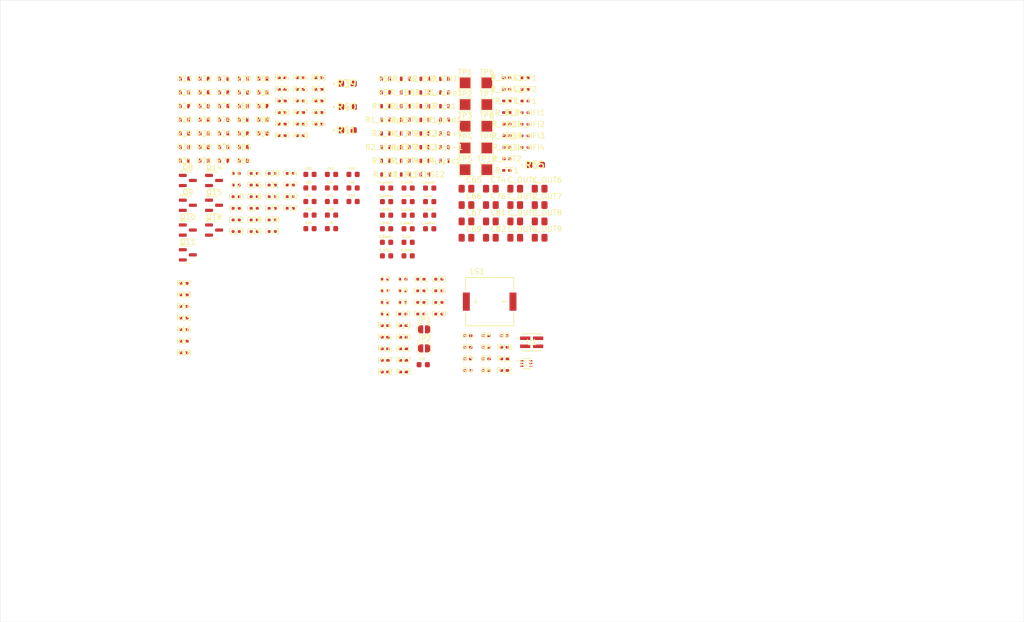
<source format=kicad_pcb>
(kicad_pcb (version 20241229) (generator "pcbnew") (generator_version "9.0")
  (layers (0 "F.Cu" signal) (4 "In1.Cu" signal) (6 "In2.Cu" signal) (2 "B.Cu" signal) (13 "F.Paste" user) (15 "B.Paste" user) (5 "F.SilkS" user "F.Silkscreen") (7 "B.SilkS" user "B.Silkscreen") (1 "F.Mask" user) (3 "B.Mask" user) (25 "Edge.Cuts" user))
  (net 0 "")
  (net 1 "Net-(IC10-C)")
  (net 2 "Net-(IC9-C)")
  (net 3 "GND")
  (net 4 "+3.3V")
  (net 5 "Net-(IC5-C)")
  (net 6 "Net-(IC10-B)")
  (net 7 "+5V")
  (net 8 "Net-(IC7-B)")
  (net 9 "Net-(IC5-B)")
  (net 10 "Net-(CR1-Pad1)")
  (net 11 "Net-(CR2-Pad1)")
  (net 12 "+8.4V")
  (net 13 "Net-(CR3-Pad1)")
  (net 14 "+12V")
  (net 15 "Net-(CR4-Pad1)")
  (net 16 "Net-(MCU1-RUN)")
  (net 17 "Net-(MCU1-VREG_VOUT)")
  (net 18 "Net-(U13-FB)")
  (net 19 "Net-(C_FF1-Pad1)")
  (net 20 "Net-(C_OUT1-Pad1)")
  (net 21 "Net-(U13-COMP)")
  (net 22 "Net-(C1_comp1-Pad1)")
  (net 23 "Net-(MCU1-SWCLK)")
  (net 24 "Net-(MCU1-SWD)")
  (net 25 "/RP2040 Standard/~{RST}")
  (net 26 "Net-(XTAL1-TRI-STATE(STBY))")
  (net 27 "/RP2040 Standard/~{USB_BOOT}")
  (net 28 "AGND")
  (net 29 "+5VA")
  (net 30 "Net-(R_FBB1-Pad2)")
  (net 31 "Net-(U5-T+)")
  (net 32 "Net-(U5-T-)")
  (net 33 "+3.3VA")
  (net 34 "Net-(U6-T+)")
  (net 35 "Net-(U6-T-)")
  (net 36 "/Sensor Unit/ADC1 Sense")
  (net 37 "Net-(C32-Pad1)")
  (net 38 "/Sensor Unit/ADC2 Sense")
  (net 39 "Net-(C33-Pad1)")
  (net 40 "Net-(C34-Pad1)")
  (net 41 "/Sensor Unit/ADC3 Sense")
  (net 42 "/Sensor Unit/ADC4 Sense")
  (net 43 "Net-(C35-Pad1)")
  (net 44 "Net-(U7-T+)")
  (net 45 "Net-(U7-T-)")
  (net 46 "Net-(U8-+IN1)")
  (net 47 "Net-(U8-+IN2)")
  (net 48 "Net-(U8-+IN3)")
  (net 49 "Net-(U8-+IN4)")
  (net 50 "/PCB Temperature Sense")
  (net 51 "+2.5V")
  (net 52 "Net-(CR5-Pad1)")
  (net 53 "Net-(CR6-Pad1)")
  (net 54 "Net-(U12-BIAS)")
  (net 55 "/Power Unit/DC.DC2 PGOOD")
  (net 56 "/Power Unit/DC.DC3 PGOOD")
  (net 57 "Net-(U15-BIAS)")
  (net 58 "/Power Unit/SW1")
  (net 59 "Net-(D_Boot1-K)")
  (net 60 "Net-(D_Boot2-K)")
  (net 61 "/Power Unit/SW2")
  (net 62 "Net-(U12-SW)")
  (net 63 "Net-(U12-CBOOT)")
  (net 64 "Net-(U15-SW)")
  (net 65 "Net-(U15-CBOOT)")
  (net 66 "Net-(U13-CS)")
  (net 67 "Net-(U13-CSG)")
  (net 68 "Net-(U15-FB)")
  (net 69 "VDC")
  (net 70 "/Power Unit/ISNS+")
  (net 71 "/Power Unit/ISNS-")
  (net 72 "Net-(D6-A)")
  (net 73 "Net-(C_OUT10-Pad2)")
  (net 74 "Net-(U13-SLOPE)")
  (net 75 "Net-(U13-SS)")
  (net 76 "/Power Unit/DC.DC2 VCC")
  (net 77 "/Power Unit/VCC")
  (net 78 "/Power Unit/DC.DC3 VCC")
  (net 79 "Net-(U13-VIN)")
  (net 80 "/~{Green} Status")
  (net 81 "Net-(IC1-E1)")
  (net 82 "/~{Red} Status")
  (net 83 "Net-(IC1-E2)")
  (net 84 "Net-(IC2-C)")
  (net 85 "/Sensor Unit/V4")
  (net 86 "Net-(Q8-B)")
  (net 87 "Net-(Q8-E)")
  (net 88 "Net-(Q9-B)")
  (net 89 "Net-(Q9-E)")
  (net 90 "/Sensor Unit/V5")
  (net 91 "/Sensor Unit/V7")
  (net 92 "Net-(Q10-E)")
  (net 93 "Net-(Q10-B)")
  (net 94 "/Sensor Unit/V6")
  (net 95 "Net-(Q11-E)")
  (net 96 "Net-(Q11-B)")
  (net 97 "Net-(Q14-E)")
  (net 98 "/Sensor Unit/V3")
  (net 99 "/Sensor Unit/V2")
  (net 100 "Net-(Q15-E)")
  (net 101 "Net-(Q18-E)")
  (net 102 "/Sensor Unit/V1")
  (net 103 "Net-(R1_mode1-Pad1)")
  (net 104 "Net-(U13-MODE)")
  (net 105 "Net-(R2_fb1-Pad1)")
  (net 106 "Net-(U1-A_Green)")
  (net 107 "Net-(U1-A_Red)")
  (net 108 "/Buzzer")
  (net 109 "Net-(IC2-B)")
  (net 110 "/Sensor Unit/RS_DN")
  (net 111 "/Sensor Unit/RS_DP")
  (net 112 "/RP2040 Standard/USB_DP")
  (net 113 "/RP2040 Standard/USB_D+")
  (net 114 "/RP2040 Standard/USB_D-")
  (net 115 "/RP2040 Standard/USB_DN")
  (net 116 "/RP2040 Standard/CLK SWD")
  (net 117 "/RP2040 Standard/SWD")
  (net 118 "Net-(J2-CC1)")
  (net 119 "Net-(J2-CC2)")
  (net 120 "/RP2040 Standard/MCU ~{CS} SPI")
  (net 121 "/THERMO1 DN")
  (net 122 "/THERMO1 DP")
  (net 123 "Net-(R26-Pad2)")
  (net 124 "Net-(R27-Pad2)")
  (net 125 "Net-(R28-Pad2)")
  (net 126 "Net-(IC4--)")
  (net 127 "/THERMO2 DP")
  (net 128 "/THERMO2 DN")
  (net 129 "Net-(IC4-+)")
  (net 130 "/RP2040 Standard/GP27_ADC1")
  (net 131 "/Sensor Unit/VBAT Sense")
  (net 132 "/Sensor Unit/PRESSURE1 Sense")
  (net 133 "/Sensor Unit/PRESSURE2 Sense")
  (net 134 "/Sensor Unit/PRESSURE3 Sense")
  (net 135 "/THERMO3 DP")
  (net 136 "/THERMO3 DN")
  (net 137 "Net-(U10-A0)")
  (net 138 "Net-(U11-VOUT)")
  (net 139 "/RP2040 Standard/GPIO16")
  (net 140 "Net-(Q1-B)")
  (net 141 "SERVO PWR")
  (net 142 "Net-(U14-FAULT_N)")
  (net 143 "Net-(U16-FAULT_N)")
  (net 144 "/Actuation Unit/Servo_OUT1 PWM")
  (net 145 "/Actuation Unit/Servo_IN1 PWM")
  (net 146 "/Actuation Unit/Servo_OUT2 PWM")
  (net 147 "/Actuation Unit/QuickDisco N2")
  (net 148 "/Actuation Unit/QuickDisco N2O")
  (net 149 "/Actuation Unit/Extra Valve")
  (net 150 "/Actuation Unit/Servo_IN2 PWM")
  (net 151 "/Actuation Unit/~{VENT_N2O FAULT}")
  (net 152 "/Actuation Unit/~{ACT_N2O FAULT}")
  (net 153 "/Actuation Unit/~{ACT_N2 FAULT}")
  (net 154 "/Actuation Unit/~{VENT_N2 FAULT}")
  (net 155 "Net-(U12-RBOOT)")
  (net 156 "Net-(U15-RBOOT)")
  (net 157 "/Power Unit/SENSE")
  (net 158 "Net-(U13-EN)")
  (net 159 "Net-(U12-EN{slash}SYNC)")
  (net 160 "Net-(U15-EN{slash}SYNC)")
  (net 161 "Net-(R_FBT1-Pad1)")
  (net 162 "Net-(U12-FB)")
  (net 163 "Net-(U13-PGOOD)")
  (net 164 "Net-(D7-K)")
  (net 165 "Net-(C_Q1-Pad1)")
  (net 166 "Net-(C_Q2-Pad1)")
  (net 167 "Net-(R_RT1-Pad1)")
  (net 168 "Net-(U12-RT)")
  (net 169 "Net-(U15-RT)")
  (net 170 "Net-(R_RT3-Pad1)")
  (net 171 "Net-(U13-RT_SYNC)")
  (net 172 "Net-(D4-K)")
  (footprint "Resistor-0603:RES_0603" (layer "F.Cu") (at 137.2332 51.9241)
    (property "Reference" "R_SENSE2")
    (property "Value" "8.25m")
  )
  (footprint "Resistor-0402:RES_0402" (layer "F.Cu") (at 133.214597 88.7654)
    (property "Reference" "R23")
    (property "Value" "1k")
  )
  (footprint "Resistor-0402:RES_0402" (layer "F.Cu") (at 110.582999 38.2046)
    (property "Reference" "R37")
    (property "Value" "100")
  )
  (footprint "Resistor-0402:RES_0402" (layer "F.Cu") (at 152.532999 49.0066)
    (property "Reference" "R_ENT2")
    (property "Value" "470k")
  )
  (footprint "Capacitor-0603:Capacitor_0603" (layer "F.Cu") (at 134.1122 64.5786)
    (property "Reference" "C_cs1")
    (property "Value" "47pF")
  )
  (footprint "Capacitor-0402:Capacitor_0402" (layer "F.Cu") (at 155.9233 44.7298)
    (property "Reference" "C_IN_HFI3")
    (property "Value" "100n")
  )
  (footprint "Resistor-0603:RES_0603" (layer "F.Cu") (at 96.0628 34.0783)
    (property "Reference" "R32")
    (property "Value" "1k5")
  )
  (footprint "Resistor-0402:RES_0402" (layer "F.Cu") (at 114.004597 44.6858)
    (property "Reference" "R49")
    (property "Value" "1k")
  )
  (footprint "Resistor-0603:RES_0603" (layer "F.Cu") (at 140.8936 49.3747)
    (property "Reference" "R_sync1")
    (property "Value" "84k5")
  )
  (footprint "Resistor-0603:RES_0603" (layer "F.Cu") (at 137.2332 41.7265)
    (property "Reference" "R_RT1")
    (property "Value" "33k")
  )
  (footprint "Capacitor-0805:Capacitor_0805" (layer "F.Cu") (at 158.6472 63.7286)
    (property "Reference" "C_OUT9")
    (property "Value" "22u")
  )
  (footprint "TestPoint:TestPoint_Pad_2.0x2.0mm" (layer "F.Cu") (at 148.7972 34.8286)
    (property "Reference" "TP6")
    (property "Value" "TestPoint")
  )
  (footprint "Capacitor-0402:Capacitor_0402" (layer "F.Cu") (at 129.7633 73.6262)
    (property "Reference" "C4")
    (property "Value" "100nF")
  )
  (footprint "Resistor-0603:RES_0603" (layer "F.Cu") (at 99.7232 41.7265)
    (property "Reference" "R74")
    (property "Value" "3.5k")
  )
  (footprint "Capacitor-0805:Capacitor_0805" (layer "F.Cu") (at 154.0972 60.6786)
    (property "Reference" "C_OUT3")
    (property "Value" "47u")
  )
  (footprint "Resistor-0603:RES_0603" (layer "F.Cu") (at 96.0628 36.6277)
    (property "Reference" "R33")
    (property "Value" "750")
  )
  (footprint "Jumper:SolderJumper-2_P1.3mm_Open_RoundedPad1.0x1.5mm" (layer "F.Cu") (at 137.0972 84.3686)
    (property "Reference" "JP2")
    (property "Value" "Jumper_2_Open")
  )
  (footprint "Capacitor-0805:Capacitor_0805" (layer "F.Cu") (at 154.0972 57.6286)
    (property "Reference" "C_OUT2")
    (property "Value" "22u")
  )
  (footprint "Capacitor-0402:Capacitor_0402" (layer "F.Cu") (at 139.8499 71.4578)
    (property "Reference" "C15")
    (property "Value" "1uF")
  )
  (footprint "Capacitor-0402:Capacitor_0402" (layer "F.Cu") (at 133.1255 77.963)
    (property "Reference" "C10")
    (property "Value" "100nF")
  )
  (footprint "Resistor-0402:RES_0402" (layer "F.Cu") (at 148.654597 86.3246)
    (property "Reference" "R7")
    (property "Value" "10k")
  )
  (footprint "Capacitor-0805:Capacitor_0805" (layer "F.Cu") (at 144.9972 63.7286)
    (property "Reference" "C69")
    (property "Value" "10uF")
  )
  (footprint "2 PNP:SOT-563_1P3X1P7_ONS" (layer "F.Cu") (at 156.1618 87.192)
    (property "Reference" "IC1")
    (property "Value" "NSVT30010MXV6T1G")
  )
  (footprint "Resistor-0402:RES_0402" (layer "F.Cu") (at 92.282999 76.5446)
    (property "Reference" "R64")
    (property "Value" "2k")
  )
  (footprint "Capacitor-0805:Capacitor_0805" (layer "F.Cu") (at 158.6472 60.6786)
    (property "Reference" "C_OUT8")
    (property "Value" "22u")
  )
  (footprint "Resistor-0603:RES_0603" (layer "F.Cu") (at 133.5728 36.6277)
    (property "Reference" "R_FBB1")
    (property "Value" "22k")
  )
  (footprint "Capacitor-0603:Capacitor_0603" (layer "F.Cu") (at 138.1322 56.9886)
    (property "Reference" "C_ss1")
    (property "Value" "0.1uF")
  )
  (footprint "Resistor-0603:RES_0603" (layer "F.Cu") (at 129.9124 41.7265)
    (property "Reference" "R1_mode1")
    (property "Value" "91k")
  )
  (footprint "Resistor-0603:RES_0603" (layer "F.Cu") (at 137.2332 49.3747)
    (property "Reference" "R_RT4")
    (property "Value" "200")
  )
  (footprint "Capacitor-0805:Capacitor_0805" (layer "F.Cu") (at 154.0972 63.7286)
    (property "Reference" "C_OUT4")
    (property "Value" "47u")
  )
  (footprint "Capacitor-0603:Capacitor_0603" (layer "F.Cu") (at 119.8222 56.9686)
    (property "Reference" "C42")
    (property "Value" "22n")
  )
  (footprint "Resistor-0603:RES_0603" (layer "F.Cu") (at 133.5728 41.7265)
    (property "Reference" "R_FBT1")
    (property "Value" "12k")
  )
  (footprint "Resistor-0402:RES_0402" (layer "F.Cu") (at 92.282999 83.0258)
    (property "Reference" "R67")
    (property "Value" "10k")
  )
  (footprint "Capacitor-0603:Capacitor_0603" (layer "F.Cu") (at 119.8222 54.4386)
    (property "Reference" "C41")
    (property "Value" "22n")
  )
  (footprint "Resistor-0603:RES_0603" (layer "F.Cu") (at 137.2332 44.2759)
    (property "Reference" "R_RT2")
    (property "Value" "200")
  )
  (footprint "Capacitor-0603:Capacitor_0603" (layer "F.Cu") (at 119.8222 51.9086)
    (property "Reference" "C40")
    (property "Value" "22n")
  )
  (footprint "Resistor-0402:RES_0402" (layer "F.Cu") (at 152.532999 33.8838)
    (property "Reference" "R_BIAS1")
    (property "Value" "5")
  )
  (footprint "Capacitor-0805:Capacitor_0805" (layer "F.Cu") (at 144.9972 54.5786)
    (property "Reference" "C65")
    (property "Value" "10uF")
  )
  (footprint "Capacitor-0805:Capacitor_0805" (layer "F.Cu") (at 149.5472 63.7286)
    (property "Reference" "C82")
    (property "Value" "10uF")
  )
  (footprint "Resistor-0805:RES_0805" (layer "F.Cu") (at 157.8922 50.1486)
    (property "Reference" "R55")
    (property "Value" "360" (hide yes))
  )
  (footprint "Resistor-0805:RES_0805" (layer "F.Cu") (at 122.7822 34.9786)
    (property "Reference" "R39")
    (property "Value" "TBD" (hide yes))
  )
  (footprint "Resistor-0603:RES_0603" (layer "F.Cu") (at 92.4024 36.6277)
    (property "Reference" "R26")
    (property "Value" "300")
  )
  (footprint "Capacitor-0402:Capacitor_0402" (layer "F.Cu") (at 102.0333 56.0646)
    (property "Reference" "C20")
    (property "Value" "100n")
  )
  (footprint "Resistor-0402:RES_0402" (layer "F.Cu") (at 92.282999 78.705)
    (property "Reference" "R65")
    (property "Value" "10k")
  )
  (footprint "Resistor-0603:RES_0603" (layer "F.Cu") (at 103.3836 41.7265)
    (property "Reference" "R81")
    (property "Value" "2.6k")
  )
  (footprint "Resistor-0603:RES_0603" (layer "F.Cu") (at 107.044 39.1771)
    (property "Reference" "R87")
    (property "Value" "2.545k")
  )
  (footprint "Capacitor-0402:Capacitor_0402" (layer "F.Cu") (at 133.1255 71.4578)
    (property "Reference" "C7")
    (property "Value" "100nF")
  )
  (footprint "Resistor-0603:RES_0603" (layer "F.Cu") (at 140.8936 34.0783)
    (property "Reference" "R_VIN1")
    (property "Value" "10")
  )
  (footprint "TestPoint:TestPoint_Pad_2.0x2.0mm" (layer "F.Cu") (at 148.7972 51.0286)
    (property "Reference" "TP10")
    (property "Value" "TestPoint")
  )
  (footprint "Capacitor-0603:Capacitor_0603" (layer "F.Cu") (at 130.0922 67.1086)
    (property "Reference" "C_VCC1")
    (property "Value" "1u")
  )
  (footprint "Resistor-0402:RES_0402" (layer "F.Cu") (at 152.532999 42.5254)
    (property "Reference" "R_ENB1")
    (property "Value" "110k")
  )
  (footprint "Capacitor-0603:Capacitor_0603" (layer "F.Cu") (at 123.8422 51.9086)
    (property "Reference" "C49")
    (property "Value" "1u")
  )
  (footprint "Capacitor-0402:Capacitor_0402" (layer "F.Cu") (at 102.0333 58.233)
    (property "Reference" "C21")
    (property "Value" "10n")
  )
  (footprint "Resistor-0603:RES_0603" (layer "F.Cu") (at 92.4024 44.2759)
    (property "Reference" "R29")
    (property "Value" "12k")
  )
  (footprint "TestPoint:TestPoint_Pad_2.0x2.0mm" (layer "F.Cu") (at 148.7972 46.9786)
    (property "Reference" "TP9")
    (property "Value" "TestPoint")
  )
  (footprint "Capacitor-0402:Capacitor_0402" (layer "F.Cu") (at 155.9233 42.5614)
    (property "Reference" "C_IN_HFI2")
    (property "Value" "100n")
  )
  (footprint "Capacitor-0603:Capacitor_0603" (layer "F.Cu") (at 115.8022 54.4386)
    (property "Reference" "C33")
    (property "Value" "27n")
  )
  (footprint "Capacitor-0402:Capacitor_0402" (layer "F.Cu") (at 136.4877 77.963)
    (property "Reference" "C14")
    (property "Value" "100nF")
  )
  (footprint "Resistor-0603:RES_0603" (layer "F.Cu") (at 133.5728 39.1771)
    (property "Reference" "R_FBB2")
    (property "Value" "100")
  )
  (footprint "Capacitor-0603:Capacitor_0603" (layer "F.Cu") (at 130.0922 59.5186)
    (property "Reference" "C_BIAS1")
    (property "Value" "1u")
  )
  (footprint "Capacitor-0402:Capacitor_0402" (layer "F.Cu") (at 105.3955 60.4014)
    (property "Reference" "C28")
    (property "Value" "10n")
  )
  (footprint "Resistor-0603:RES_0603" (layer "F.Cu") (at 103.3836 44.2759)
    (property "Reference" "R82")
    (property "Value" "2.1k")
  )
  (footprint "Capacitor-0402:Capacitor_0402" (layer "F.Cu") (at 105.3955 62.5698)
    (property "Reference" "C29")
    (property "Value" "100n")
  )
  (footprint "Resistor-0603:RES_0603" (layer "F.Cu") (at 133.5728 44.2759)
    (property "Reference" "R_FBT2")
    (property "Value" "620")
  )
  (footprint "Capacitor-0402:Capacitor_0402" (layer "F.Cu") (at 112.1199 53.8962)
    (property "Reference" "C47")
    (property "Value" "100n")
  )
  (footprint "Capacitor-0805:Capacitor_0805" (layer "F.Cu") (at 149.5472 54.5786)
    (property "Reference" "C74")
    (property "Value" "10uF")
  )
  (footprint "Capacitor-0402:Capacitor_0402" (layer "F.Cu") (at 129.7633 77.963)
    (property "Reference" "C6")
    (property "Value" "100nF")
  )
  (footprint "Resistor-0402:RES_0402" (layer "F.Cu") (at 152.532999 38.2046)
    (property "Reference" "R_BT1")
    (property "Value" "50")
  )
  (footprint "Resistor-0402:RES_0402" (layer "F.Cu") (at 114.004597 42.5254)
    (property "Reference" "R48")
    (property "Value" "1k")
  )
  (footprint "Resistor-0402:RES_0402" (layer "F.Cu") (at 145.232999 88.485)
    (property "Reference" "R4")
    (property "Value" "150")
  )
  (footprint "Resistor-0402:RES_0402" (layer "F.Cu") (at 129.792999 82.2842)
    (property "Reference" "R15")
    (property "Value" "27")
  )
  (footprint "Resistor-0402:RES_0402" (layer "F.Cu") (at 114.004597 38.2046)
    (property "Reference" "R46")
    (property "Value" "100")
  )
  (footprint "Resistor-0603:RES_0603" (layer "F.Cu") (at 107.044 34.0783)
    (property "Reference" "R85")
    (property "Value" "2.1k")
  )
  (footprint "Capacitor-0603:Capacitor_0603" (layer "F.Cu") (at 130.0922 56.9886)
    (property "Reference" "C2_comp1")
    (property "Value" "270pF")
  )
  (footprint "Resistor-0603:RES_0603" (layer "F.Cu") (at 99.7232 34.0783)
    (property "Reference" "R71")
    (property "Value" "3.5K")
  )
  (footprint "Capacitor-0402:Capacitor_0402" (layer "F.Cu") (at 155.9233 40.393)
    (property "Reference" "C_IN_HFI1")
    (property "Value" "100n")
  )
  (footprint "Capacitor-0402:Capacitor_0402" (layer "F.Cu") (at 108.7577 62.5698)
    (property "Reference" "C43")
    (property "Value" "100n")
  )
  (footprint "Resistor-0603:RES_0603" (layer "F.Cu") (at 103.3836 39.1771)
    (property "Reference" "R80")
    (property "Value" "3.5k")
  )
  (footprint "Resistor-0402:RES_0402" (layer "F.Cu") (at 133.214597 86.605)
    (property "Reference" "R22")
    (property "Value" "5k1")
  )
  (footprint "Resistor-0603:RES_0603" (layer "F.Cu") (at 129.9124 49.3747)
    (property "Reference" "R3_fb1")
    (property "Value" "10")
  )
  (footprint "Capacitor-0603:Capacitor_0603" (layer "F.Cu") (at 123.8422 56.9686)
    (property "Reference" "C53")
    (property "Value" "1u")
  )
  (footprint "Capacitor-0402:Capacitor_0402" (layer "F.Cu") (at 139.8499 75.7946)
    (property "Reference" "C17")
    (property "Value" "100n")
  )
  (footprint "Resistor-0603:RES_0603" (layer "F.Cu") (at 99.7232 39.1771)
    (property "Reference" "R73")
    (property "Value" "1k")
  )
  (footprint "Capacitor-0402:Capacitor_0402" (layer "F.Cu") (at 108.7577 51.7278)
    (property "Reference" "C30")
    (property "Value" "100n")
  )
  (footprint "Resistor-0402:RES_0402" (layer "F.Cu") (at 110.582999 33.8838)
    (property "Reference" "R24")
    (property "Value" "100")
  )
  (footprint "Resistor-0402:RES_0402" (layer "F.Cu") (at 114.004597 33.8838)
    (property "Reference" "R44")
    (property "Value" "1k")
  )
  (footprint "Capacitor-0402:Capacitor_0402" (layer "F.Cu") (at 112.1199 58.233)
    (property "Reference" "C52")
    (property "Value" "100nF")
  )
  (footprint "TestPoint:TestPoint_Pad_2.0x2.0mm" (layer "F.Cu") (at 144.7472 38.8786)
    (property "Reference" "TP2")
    (property "Value" "TestPoint")
  )
  (footprint "Resistor-0603:RES_0603" (layer "F.Cu") (at 92.4024 49.3747)
    (property "Reference" "R31")
    (property "Value" "3k")
  )
  (footprint "Resistor-0603:RES_0603" (layer "F.Cu") (at 103.3836 36.6277)
    (property "Reference" "R79")
    (property "Value" "1k")
  )
  (footprint "Resistor-0402:RES_0402" (layer "F.Cu") (at 152.532999 40.365)
    (property "Reference" "R_BT2")
    (property "Value" "100")
  )
  (footprint "Resistor-0805:RES_0805" (layer "F.Cu") (at 122.7822 43.6786)
    (property "Reference" "R41")
    (property "Value" "TBD" (hide yes))
  )
  (footprint "Resistor-0402:RES_0402" (layer "F.Cu") (at 117.426195 33.8838)
    (property "Reference" "R50")
    (property "Value" "1k")
  )
  (footprint "Capacitor-0603:Capacitor_0603" (layer "F.Cu") (at 115.8022 56.9686)
    (property "Reference" "C34")
    (property "Value" "27n")
  )
  (footprint "Capacitor-0402:Capacitor_0402" (layer "F.Cu") (at 155.9233 38.2246)
    (property "Reference" "C_FF1")
    (property "Value" "22p")
  )
  (footprint "Resistor-0402:RES_0402" (layer "F.Cu") (at 117.426195 40.365)
    (property "Reference" "R53")
    (property "Value" "36k")
  )
  (footprint "Capacitor-0402:Capacitor_0402" (layer "F.Cu") (at 133.1255 75.7946)
    (property "Reference" "C9")
    (property "Value" "100nF")
  )
  (footprint "Resistor-0603:RES_0603" (layer "F.Cu") (at 137.2332 36.6277)
    (property "Reference" "R_Q1")
    (property "Value" "10")
  )
  (footprint "Capacitor-0603:Capacitor_0603" (layer "F.Cu") (at 130.0922 54.4586)
    (property "Reference" "C1_comp1")
    (property "Value" "22nF")
  )
  (footprint "Resistor-0603:RES_0603" (layer "F.Cu") (at 129.9124 39.1771)
    (property "Reference" "R1_fb1")
    (property "Value" "20k")
  )
  (footprint "Resistor-0402:RES_0402" (layer "F.Cu") (at 152.532999 36.0442)
    (property "Reference" "R_BIAS2")
    (property "Value" "5")
  )
  (footprint "Resistor-0603:RES_0603" (layer "F.Cu") (at 133.5728 46.8253)
    (property "Reference" "R_FBT3")
    (property "Value" "100K")
  )
  (footprint "Resistor-0402:RES_0402" (layer "F.Cu") (at 114.004597 40.365)
    (property "Reference" "R47")
    (property "Value" "100")
  )
  (footprint "TestPoint:TestPoint_Pad_2.0x2.0mm" (layer "F.Cu") (at 144.7472 46.9786)
    (property "Reference" "TP4")
    (property "Value" "TestPoint")
  )
  (footprint "Capacitor-0603:Capacitor_0603" (layer "F.Cu") (at 123.8422 54.4386)
    (property "Reference" "C51")
    (property "Value" "1u")
  )
  (footprint "Resistor-0603:RES_0603" (layer "F.Cu") (at 137.2332 46.8253)
    (property "Reference" "R_RT3")
    (property "Value" "33k")
  )
  (footprint "Capacitor-0402:Capacitor_0402" (layer "F.Cu") (at 105.3955 58.233)
    (property "Reference" "C27")
    (property "Value" "100n")
  )
  (footprint "Resistor-0603:RES_0603" (layer "F.Cu") (at 96.0628 39.1771)
    (property "Reference" "R34")
    (property "Value" "75")
  )
  (footprint "Capacitor-0603:Capacitor_0603" (layer "F.Cu") (at 119.8222 62.0286)
    (property "Reference" "C48")
    (property "Value" "1u")
  )
  (footprint "Resistor-0402:RES_0402" (layer "F.Cu") (at 92.282999 80.8654)
    (property "Reference" "R66")
    (property "Value" "10k")
  )
  (footprint "Resistor-0603:RES_0603" (layer "F.Cu") (at 92.4024 39.1771)
    (property "Reference" "R27")
    (property "Value" "300")
  )
  (footprint "Capacitor-0402:Capacitor_0402" (layer "F.Cu") (at 129.7633 71.4578)
    (property "Reference" "C3")
    (property "Value" "1uF")
  )
  (footprint "TestPoint:TestPoint_Pad_2.0x2.0mm" (layer "F.Cu") (at 144.7472 51.0286)
    (property "Reference" "TP5")
    (property "Value" "TestPoint")
  )
  (footprint "Capacitor-0402:Capacitor_0402" (layer "F.Cu") (at 105.3955 51.7278)
    (property "Reference" "C24")
    (property "Value" "100n")
  )
  (footprint "Resistor-0603:RES_0603" (layer "F.Cu") (at 96.0628 44.2759)
    (property "Reference" "R36")
    (property "Value" "75")
  )
  (footprint "Capacitor-0805:Capacitor_0805" (layer "F.Cu") (at 158.6472 54.5786)
    (property "Reference" "C_OUT6")
    (property "Value" "22u")
  )
  (footprint "Resistor-0402:RES_0402" (layer "F.Cu") (at 92.282999 72.2238)
    (property "Reference" "R62")
    (property "Value" "2k")
  )
  (footprint "Capacitor-0603:Capacitor_0603" (layer "F.Cu") (at 115.8022 62.0286)
    (property "Reference" "C39")
    (property "Value" "22n")
  )
  (footprint "Resistor-0402:RES_0402" (layer "F.Cu") (at 117.426195 38.2046)
    (property "Reference" "R52")
    (property "Value" "1k")
  )
  (footprint "Resistor-0603:RES_0603" (layer "F.Cu") (at 92.4024 34.0783)
    (property "Reference" "R13")
    (property "Value" "120")
  )
  (footprint "Capacitor-0603:Capacitor_0603" (layer "F.Cu") (at 134.1122 67.1086)
    (property "Reference" "C_isns1")
    (property "Value" "1uF")
  )
  (footprint "Resistor-0603:RES_0603" (layer "F.Cu") (at 129.9124 51.9241)
    (property "Reference" "R_EN1")
    (property "Value" "390k")
  )
  (footprint "Capacitor-0402:Capacitor_0402" (layer "F.Cu") (at 108.7577 53.8962)
    (property "Reference" "C31")
    (property "Value" "100n")
  )
  (footprint "Capacitor-0402:Capacitor_0402" (layer "F.Cu") (at 112.1199 51.7278)
    (property "Reference" "C44")
    (property "Value" "100n")
  )
  (footprint "Resistor-0402:RES_0402" (layer "F.Cu") (at 129.792999 84.4446)
    (property "Reference" "R16")
    (property "Value" "27")
  )
  (footprint "Jumper:SolderJumper-2_P1.3mm_Open_RoundedPad1.0x1.5mm" (layer "F.Cu") (at 137.0972 80.8186)
    (property "Reference" "JP1")
    (property "Value" "Jumper_2_Open")
  )
  (footprint "Capacitor-0402:Capacitor_0402" (layer "F.Cu") (at 136.4877 71.4578)
    (property "Reference" "C11")
    (property "Value" "100nF")
  )
  (footprint "Resistor-0603:RES_0603" (layer "F.Cu") (at 140.8936 46.8253)
    (property "Reference" "R_isns-1")
    (property "Value" "100")
  )
  (footprint "VLMKG3400-GS08:SMT_00-GS08_VIS" (layer "F.Cu") (at 157.16 83.227)
    (property "Reference" "U1")
    (property "Value" "VLMKG3400-GS08")
  )
  (footprint "Capacitor-0402:Capacitor_0402" (layer "F.Cu") (at 133.1255 73.6262)
    (property "Reference" "C8")
    (property "Value" "1uF")
  )
  (footprint "Capacitor-0603:Capacitor_0603" (layer "F.Cu") (at 138.1322 54.4586)
    (property "Reference" "C_slope1")
    (property "Value" "100pF")
  )
  (footprint "Capacitor-0402:Capacitor_0402" (layer "F.Cu") (at 112.1199 56.0646)
    (property "Reference" "C50")
    (property "Value" "470n")
  )
  (footprint "Resistor-0603:RES_0603" (layer "F.Cu") (at 129.9124 44.2759)
    (property "Reference" "R2_fb1")
    (property "Value" "280k")
  )
  (footprint "Resistor-0402:RES_0402" (layer "F.Cu") (at 129.792999 88.7654)
    (property "Reference" "R18")
    (property "Value" "100")
  )
  (footprint "Resistor-0402:RES_0402" (layer "F.Cu") (at 114.004597 36.0442)
    (property "Reference" "R45")
    (property "Value" "1k")
  )
  (footprint "Capacitor-0402:Capacitor_0402" (layer "F.Cu") (at 105.3955 53.8962)
    (property "Reference" "C25")
    (property "Value" "100n")
  )
  (footprint "Resistor-0603:RES_0603" (layer "F.Cu") (at 140.8936 44.2759)
    (property "Reference" "R_isns+1")
    (property "Value" "100")
  )
  (footprint "Package_TO_SOT_SMD:SOT-23" (layer "F.Cu") (at 93.0172 57.6686)
    (property "Reference" "Q9")
    (property "Value" "MMBT3906")
  )
  (footprint "Resistor-0603:RES_0603" (layer "F.Cu") (at 140.8936 36.6277)
    (property "Reference" "R_comp1")
    (property "Value" "10k")
  )
  (footprint "Resistor-0805:RES_0805" (layer "F.Cu") (at 122.7822 39.3286)
    (property "Reference" "R40")
    (property "Value" "TBD" (hide yes))
  )
  (footprint "Resistor-0603:RES_0603" (layer "F.Cu") (at 137.2332 39.1771)
    (property "Reference" "R_Q2")
    (property "Value" "10")
  )
  (footprint "Package_TO_SOT_SMD:SOT-23" (layer "F.Cu") (at 93.0172 62.2936)
    (property "Reference" "Q10")
    (property "Value" "MMBT3906")
  )
  (footprint "TestPoint:TestPoint_Pad_2.0x2.0mm" (layer "F.Cu") (at 144.7472 42.9286)
    (property "Reference" "TP3")
    (property "Value" "TestPoint")
  )
  (footprint "TestPoint:TestPoint_Pad_2.0x2.0mm" (layer "F.Cu") (at 148.7972 42.9286)
    (property "Reference" "TP8")
    (property "Value" "TestPoint")
  )
  (footprint "Capacitor-0603:Capacitor_0603" (layer "F.Cu") (at 130.0922 62.0486)
    (property "Reference" "C_BIAS3")
    (property "Value" "1u")
  )
  (footprint "Resistor-0603:RES_0603" (layer "F.Cu") (at 107.044 36.6277)
    (property "Reference" "R86")
    (property "Value" "2.6k")
  )
  (footprint "Capacitor-0603:Capacitor_0603" (layer "F.Cu") (at 134.1122 59.5186)
    (property "Reference" "C_bias2")
    (property "Value" "0.1uF")
  )
  (footprint "Capacitor-0402:Capacitor_0402" (layer "F.Cu") (at 139.8499 77.963)
    (property "Reference" "C19")
    (property "Value" "100nF")
  )
  (footprint "Resistor-0603:RES_0603" (layer "F.Cu") (at 96.0628 49.3747)
    (property "Reference" "R70")
    (property "Value" "1k")
  )
  (footprint "Resistor-0402:RES_0402" (layer "F.Cu") (at 110.582999 42.5254)
    (property "Reference" "R42")
    (property "Value" "1k")
  )
  (footprint "Capacitor-0402:Capacitor_0402" (layer "F.Cu") (at 136.4877 75.7946)
    (property "Reference" "C13")
    (property "Value" "100nF")
  )
  (footprint "Capacitor-0402:Capacitor_0402" (layer "F.Cu") (at 102.0333 51.7278)
    (property "Reference" "C1")
    (property "Value" "100n")
  )
  (footprint "Resistor-0402:RES_0402" (layer "F.Cu") (at 145.232999 82.0038)
    (property "Reference" "R1")
    (property "Value" "65")
  )
  (footprint "Capacitor-0402:Capacitor_0402" (layer "F.Cu") (at 105.3955 56.0646)
    (property "Reference" "C26")
    (property "Value" "10n")
  )
  (footprint "Resistor-0402:RES_0402" (layer "F.Cu") (at 152.532999 44.6858)
    (property "Reference" "R_ENB2")
    (property "Value" "56k")
  )
  (footprint "Capacitor-0805:Capacitor_0805" (layer "F.Cu") (at 149.5472 60.6786)
    (property "Reference" "C81")
    (property "Value" "100nF")
  )
  (footprint "Capacitor-0603:Capacitor_0603" (layer "F.Cu") (at 115.8022 59.4986)
    (property "Reference" "C35")
    (property "Value" "27n")
  )
  (footprint "Resistor-0402:RES_0402" (layer "F.Cu") (at 133.214597 84.4446)
    (property "Reference" "R21")
    (property "Value" "5k1")
  )
  (footprint "Resistor-0402:RES_0402" (layer "F.Cu") (at 152.076195 82.0038)
    (property "Reference" "R9")
    (property "Value" "100")
  )
  (footprint "Resistor-0402:RES_0402" (layer "F.Cu") (at 110.582999 40.365)
    (property "Reference" "R38")
    (property "Value" "100")
  )
  (footprint "Capacitor-0402:Capacitor_0402" (layer "F.Cu") (at 139.8499 73.6262)
    (property "Reference" "C16")
    (property "Value" "100nF")
  )
  (footprint "Resistor-0603:RES_0603" (layer "F.Cu") (at 129.9124 34.0783)
    (property "Reference" "R56")
    (property "Value" "100K")
  )
  (footprint "Resistor-0603:RES_0603" (layer "F.Cu") (at 133.5728 49.3747)
    (property "Reference" "R_FBT4")
    (property "Value" "100K")
  )
  (footprint "Capacitor-0603:Capacitor_0603" (layer "F.Cu") (at 134.1122 62.0486)
    (property "Reference" "C_boot2")
    (property "Value" "0.1uF")
  )
  (footprint "Resistor-0402:RES_0402" (layer "F.Cu") (at 152.076195 84.1642)
    (property "Reference" "R10")
    (property "Value" "10k")
  )
  (footprint "TestPoint:TestPoint_Pad_2.0x2.0mm" (layer "F.Cu") (at 148.7972 38.8786)
    (property "Reference" "TP7")
    (property "Value" "TestPoint")
  )
  (footprint "Capacitor-0603:Capacitor_0603" (layer "F.Cu") (at 119.8222 59.4986)
    (property "Reference" "C45")
    (property "Value" "1u")
  )
  (footprint "Capacitor-0402:Capacitor_0402" (layer "F.Cu") (at 155.9233 46.8982)
    (property "Reference" "C_IN_HFI4")
    (property "Value" "100n")
  )
  (footprint "TestPoint:TestPoint_Pad_2.0x2.0mm" (layer "F.Cu") (at 144.7472 34.8286)
    (property "Reference" "TP1")
    (property "Value" "TestPoint")
  )
  (footprint "Capacitor-0805:Capacitor_0805" (layer "F.Cu") (at 144.9972 60.6786)
    (property "Reference" "C67")
    (property "Value" "100nF")
  )
  (footprint "Resistor-0603:RES_0603" (layer "F.Cu") (at 103.3836 34.0783)
    (property "Reference" "R78")
    (property "Value" "73")
  )
  (footprint "Resistor-0603:RES_0603" (layer "F.Cu") (at 96.0628 46.8253)
    (property "Reference" "R69")
    (property "Value" "306")
  )
  (footprint "Resistor-0603:RES_0603" (layer "F.Cu") (at 129.9124 36.6277)
    (property "Reference" "R57")
    (property "Value" "100K")
  )
  (footprint "Capacitor-0402:Capacitor_0402" (layer "F.Cu") (at 155.9233 36.0562)
    (property "Reference" "C_BT2")
    (property "Value" "100n")
  )
  (footprint "Capacitor-0603:Capacitor_0603" (layer "F.Cu") (at 115.8022 51.9086)
    (property "Reference" "C32")
    (property "Value" "27n")
  )
  (footprint "Resistor-0402:RES_0402" (layer "F.Cu") (at 129.792999 80.1238)
    (property "Reference" "R14")
    (property "Value" "1k")
  )
  (footprint "Resistor-0402:RES_0402" (layer "F.Cu") (at 145.232999 86.3246)
    (property "Reference" "R3")
    (property "Value" "150")
  )
  (footprint "Resistor-0402:RES_0402" (layer "F.Cu") (at 133.214597 82.2842)
    (property "Reference" "R20")
    (property "Value" "10k")
  )
  (footprint "Resistor-0402:RES_0402" (layer "F.Cu") (at 148.654597 84.1642)
    (property "Reference" "R6")
    (property "Value" "500")
  )
  (footprint "Resistor-0603:RES_0603" (layer "F.Cu") (at 103.3836 46.8253)
    (property "Reference" "R83")
    (property "Value" "622")
  )
  (footprint "Package_TO_SOT_SMD:SOT-23" (layer "F.Cu") (at 97.9072 53.0436)
    (property "Reference" "Q14")
    (property "Value" "MMBT3906")
  )
  (footprint "Capacitor-0603:Capacitor_0603" (layer "F.Cu") (at 130.0922 64.5786)
    (property "Reference" "C_Boot1")
    (property "Value" "0.1uF")
  )
  (footprint "PKMCS0909E4000-R1:SPKR_PKMCS0909E4000-R1" (layer "F.Cu") (at 149.3222 75.6486)
    (property "Reference" "LS1")
    (property "Value" "PKMCS0909E4000-R1")
  )
  (footprint "Resistor-0603:RES_0603" (layer "F.Cu") (at 140.8936 41.7265)
    (property "Reference" "R_good1")
    (property "Value" "10k")
  )
  (footprint "Capacitor-0402:Capacitor_0402" (layer "F.Cu") (at 102.0333 53.8962)
    (property "Reference" "C2")
    (property "Value" "100n")
  )
  (footprint "Capacitor-0805:Capacitor_0805" (layer "F.Cu") (at 154.0972 54.5786)
    (property "Reference" "C_OUT1")
    (property "Value" "22u")
  )
  (footprint "Resistor-0402:RES_0402" (layer "F.Cu") (at 152.076195 88.485)
    (property "Reference" "R12")
    (property "Value" "1k")
  )
  (footprint "Package_TO_SOT_SMD:SOT-23" (layer "F.Cu") (at 93.0172 53.0436)
    (property "Reference" "Q8")
    (property "Value" "MMBT3906")
  )
  (footprint "Capacitor-0603:Capacitor_0603" (layer "F.Cu") (at 134.1122 56.9886)
    (property "Reference" "C_VIN1")
    (property "Value" "0.1uF")
  )
  (footprint "Capacitor-0603:Capacitor_0603" (layer "F.Cu") (at 134.1122 54.4586)
    (property "Reference" "C_VCC3")
    (property "Value" "1u")
  )
  (footprint "Resistor-0402:RES_0402" (layer "F.Cu") (at 110.582999 44.6858)
    (property "Reference" "R43")
    (property "Value" "1k")
  )
  (footprint "Resistor-0402:RES_0402" (layer "F.Cu") (at 148.654597 82.0038)
    (property "Reference" "R5")
    (property "Value" "320")
  )
  (footprint "Resistor-0603:RES_0603" (layer "F.Cu") (at 107.044 41.7265)
    (property "Reference" "R88")
    (property "Value" "2.1k")
  )
  (footprint "Resistor-0603:RES_0603" (layer "F.Cu") (at 99.7232 44.2759)
    (property "Reference" "R75")
    (property "Value" "36")
  )
  (footprint "Resistor-0603:RES_0603" (layer "F.Cu") (at 99.7232 36.6277)
    (property "Reference" "R72")
    (property "Value" "150")
  )
  (footprint "Resistor-0603:RES_0603" (layer "F.Cu") (at 133.5728 34.0783)
    (property "Reference" "R_EN2")
    (property "Value" "56k")
  )
  (footprint "Resistor-0402:RES_0402" (layer "F.Cu") (at 133.214597 80.1238)
    (property "Reference" "R19")
    (property "Value" "1k")
  )
  (footprint "Resistor-0402:RES_0402" (layer "F.Cu") (at 92.282999 74.3842)
    (property "Reference" "R63")
    (property "Value" "2k")
  )
  (footprint "Capacitor-0603:Capacitor_0603" (layer "F.Cu") (at 138.1322 62.0486)
    (property "Reference" "C_vosns1")
    (property "Value" "100pF")
  )
  (footprint "Resistor-0603:RES_0603" (layer "F.Cu") (at 92.4024 41.7265)
    (property "Reference" "R28")
    (property "Value" "300")
  )
  (footprint "Capacitor-0402:Capacitor_0402" (layer "F.Cu") (at 129.7633 75.7946)
    (property "Reference" "C5")
    (property "Value" "1uF")
  )
  (footprint "Resistor-0603:RES_0603" (layer "F.Cu") (at 140.8936 39.1771)
    (property "Reference" "R_cs1")
    (property "Value" "100")
  )
  (footprint "Resistor-0402:RES_0402" (layer "F.Cu") (at 117.426195 36.0442)
    (property "Reference" "R51")
    (property "Value" "1k")
  )
  (footprint "Resistor-0402:RES_0402" (layer "F.Cu") (at 152.076195 86.3246)
    (property "Reference" "R11")
    (property "Value" "1k")
  )
  (footprint "Resistor-0603:RES_0603" (layer "F.Cu") (at 92.4024 46.8253)
    (property "Reference" "R30")
    (property "Value" "6k")
  )
  (footprint "Package_TO_SOT_SMD:SOT-23" (layer "F.Cu") (at 97.9072 57.6686)
    (property "Reference" "Q15")
    (property "Value" "MMBT3906")
  )
  (footprint "Capacitor-0402:Capacitor_0402" (layer "F.Cu") (at 155.9233 33.8878)
    (property "Reference" "C_BT1")
    (property "Value" "100n")
  )
  (footprint "Resistor-0603:RES_0603" (layer "F.Cu") (at 99.7232 46.8253)
    (property "Reference" "R76")
    (property "Value" "1k")
  )
  (footprint "Resistor-0603:RES_0603" (layer "F.Cu") (at 133.5728 51.9241)
    (property "Reference" "R_PG1")
    (property "Value" "100K")
  )
  (footprint "Capacitor-0402:Capacitor_0402" (layer "F.Cu") (at 102.0333 62.5698)
    (property "Reference" "C23")
    (property "Value" "10n")
  )
  (footprint "Capacitor-0805:Capacitor_0805" (layer "F.Cu") (at 149.5472 57.6286)
    (property "Reference" "C76")
    (property "Value" "100nF")
  )
  (footprint "Resistor-0603:RES_0603" (layer "F.Cu") (at 107.044 44.2759)
    (property "Reference" "R89")
    (property "Value" "2.6k")
  )
  (footprint "Resistor-0402:RES_0402" (layer "F.Cu") (at 110.582999 36.0442)
    (property "Reference" "R25")
    (property "Value" "100")
  )
  (footprint "Capacitor-0402:Capacitor_0402" (layer "F.Cu") (at 136.4877 73.6262)
    (property "Reference" "C12")
    (property "Value" "100nF")
  )
  (footprint "Resistor-0603:RES_0603" (layer "F.Cu") (at 96.0628 41.7265)
    (property "Reference" "R35")
    (property "Value" "75")
  )
  (footprint "Resistor-0603:RES_0603" (layer "F.Cu") (at 137.2332 34.0783)
    (property "Reference" "R_PG2")
    (property "Value" "100K")
  )
  (footprint "Resistor-0402:RES_0402" (layer "F.Cu") (at 152.532999 51.167)
    (property "Reference" "R_FF1")
    (property "Value" "1k")
  )
  (footprint "Capacitor-0402:Capacitor_0402" (layer "F.Cu") (at 108.7577 56.0646)
    (property "Reference" "C36")
    (property "Value" "10n")
  )
  (footprint "Resistor-0603:RES_0603" (layer "F.Cu") (at 129.9124 46.8253)
    (property "Reference" "R2_mode1")
    (property "Value" "2k")
  )
  (footprint "Resistor-0402:RES_0402" (layer "F.Cu") (at 152.532999 46.8462)
    (property "Reference" "R_ENT1")
    (property "Value" "910k")
  )
  (footprint "Capacitor-0603:Capacitor_0603" (layer "F.Cu") (at 136.9322 87.4086)
    (property "Reference" "C18")
    (property "Value" "4.7uF")
  )
  (footprint "Resistor-0603:RES_0603" (layer "F.Cu") (at 103.3836 49.3747)
    (property "Reference" "R84")
    (property "Value" "1.263k")
  )
  (footprint "Resistor-0402:RES_0402" (layer "F.Cu") (at 117.426195 42.5254)
    (property "Reference" "R54")
    (property "Value" "100k")
  )
  (footprint "Capacitor-0805:Capacitor_0805" (layer "F.Cu") (at 144.9972 57.6286)
    (property "Reference" "C66")
    (property "Value" "100nF")
  )
  (footprint "Resistor-0402:RES_0402" (layer "F.Cu") (at 92.282999 85.1862)
    (property "Reference" "R68")
    (property "Value" "2k")
  )
  (footprint "Package_TO_SOT_SMD:SOT-23" (layer "F.Cu") (at 93.0172 66.9186)
    (property "Reference" "Q11")
    (property "Value" "MMBT3906")
  )
  (footprint "Capacitor-0402:Capacitor_0402" (layer "F.Cu") (at 108.7577 60.4014)
    (property "Reference" "C38")
    (property "Value" "10n")
  )
  (footprint "Resistor-0402:RES_0402" (layer "F.Cu") (at 129.792999 86.605)
    (property "Reference" "R17")
    (property "Value" "100")
  )
  (footprint "Capacitor-0402:Capacitor_0402" (layer "F.Cu") (at 108.7577 58.233)
    (property "Reference" "C37")
    (property "Value" "100n")
  )
  (footprint "Capacitor-0402:Capacitor_0402" (layer "F.Cu") (at 102.0333 60.4014)
    (property "Reference" "C22")
    (property "Value" "100n")
  )
  (footprint "Package_TO_SOT_SMD:SOT-23" (layer "F.Cu") (at 97.9072 62.2936)
    (property "Reference" "Q18")
    (property "Value" "MMBT3906")
  )
  (footprint "Capacitor-0603:Capacitor_0603" (layer "F.Cu") (at 138.1322 59.5186)
    (property "Reference" "C_vcc2")
    (property "Value" "1uF")
  )
  (footprint "Resistor-0402:RES_0402" (layer "F.Cu") (at 148.654597 88.485)
    (property "Reference" "R8")
    (property "Value" "100")
  )
  (footprint "Capacitor-0805:Capacitor_0805" (layer "F.Cu") (at 158.6472 57.6286)
    (property "Reference" "C_OUT7")
    (property "Value" "22u")
  )
  (footprint "Resistor-0402:RES_0402" (layer "F.Cu") (at 145.232999 84.1642)
    (property "Reference" "R2")
    (property "Value" "65")
  )
  (footprint "Resistor-0603:RES_0603" (layer "F.Cu") (at 99.7232 49.3747)
    (property "Reference" "R77")
    (property "Value" "3.5k")
  )
  (gr_rect (start 58 19.4) (end 249 135.4) (stroke (width 0.05)) (fill no) (layer "Edge.Cuts"))
)
</source>
